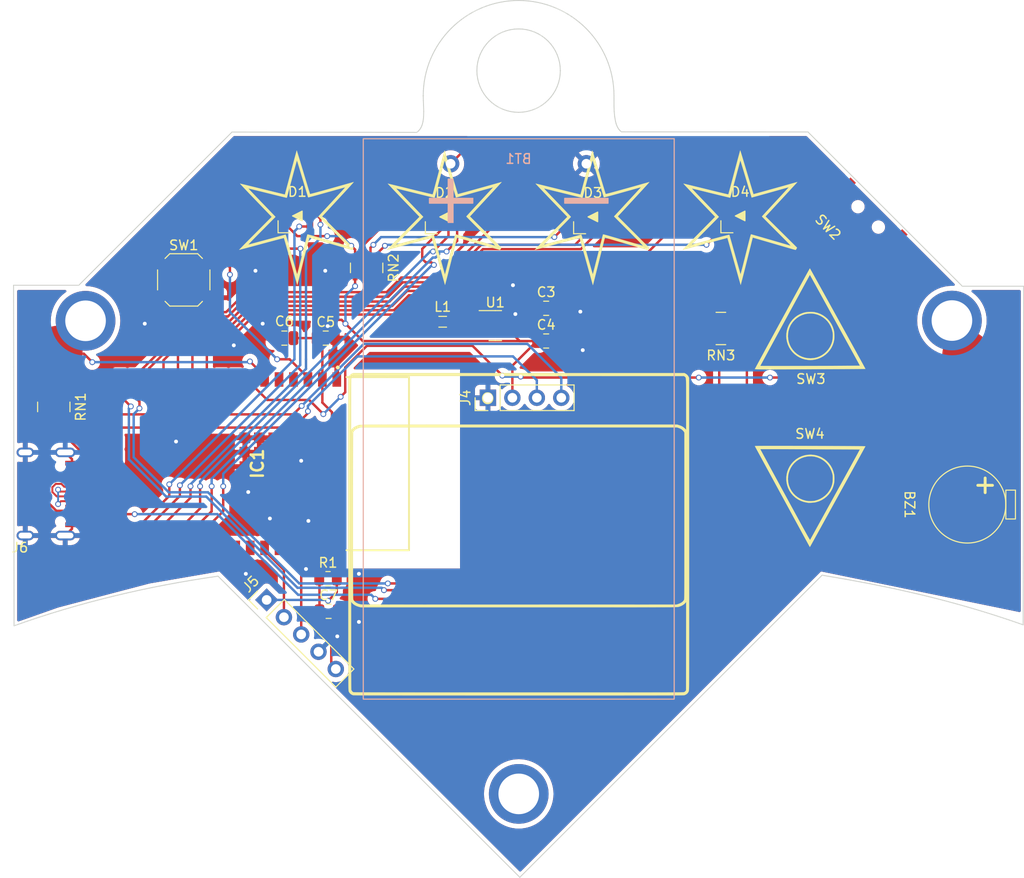
<source format=kicad_pcb>
(kicad_pcb (version 20221018) (generator pcbnew)
  (layers (0 "F.Cu" signal) (31 "B.Cu" signal) (34 "B.Paste" user) (35 "F.Paste" user) (36 "B.SilkS" user "B.Silkscreen") (37 "F.SilkS" user "F.Silkscreen") (38 "B.Mask" user) (39 "F.Mask" user) (44 "Edge.Cuts" user))
  (net 0 "")
  (net 1 "VDD")
  (net 2 "VSS")
  (net 3 "Buzzer")
  (net 4 "/D-")
  (net 5 "/D+")
  (net 6 "PwrTest")
  (net 7 "VCC")
  (net 8 "Reset")
  (net 9 "R1")
  (net 10 "G1")
  (net 11 "Net-(D1-A)")
  (net 12 "B1")
  (net 13 "R2")
  (net 14 "G2")
  (net 15 "Net-(D2-A)")
  (net 16 "B2")
  (net 17 "R3")
  (net 18 "G3")
  (net 19 "Net-(D3-A)")
  (net 20 "B3")
  (net 21 "R4")
  (net 22 "G4")
  (net 23 "Net-(D4-A)")
  (net 24 "B4")
  (net 25 "Boot")
  (net 26 "BL")
  (net 27 "/SK6812")
  (net 28 "Net-(IC1-IO3)")
  (net 29 "Net-(IC1-IO4)")
  (net 32 "A_Btn")
  (net 33 "B")
  (net 34 "SDA")
  (net 35 "SCK")
  (net 43 "TX")
  (net 44 "RX")
  (net 50 "+5V")
  (net 51 "Net-(J6-CC1)")
  (net 53 "Net-(J6-CC2)")
  (net 55 "Net-(U1-LX)")
  (net 59 "Net-(RN3-R3.1)")
  (net 60 "Net-(RN3-R4.1)")
  (footprint "Bsides22:CapSense" (layer "F.Cu") (at 193.1 95.725)
    (fp_text reference "J8" hide)
    (fp_text value "Cap Sense")
  )
  (footprint "BreadBoardPwr:SK-3296S_switch" (layer "F.Cu") (at 182.9 77.4 -45)
    (fp_text reference "SW2")
    (fp_text value "SW_SPDT")
  )
  (footprint "Resistor_SMD:R_Array_Convex_4x0603" (layer "F.Cu") (at 130.8 82.7 -90)
    (fp_text reference "RN2")
    (fp_text value "R_Pack04")
  )
  (footprint "Capacitor_SMD:C_0805_2012Metric" (layer "F.Cu") (at 126.85 118.4)
    (fp_text reference "C7")
    (fp_text value "100nF")
  )
  (footprint "Resistor_SMD:R_Array_Convex_4x0603" (layer "F.Cu") (at 98.3 97.15 -90)
    (fp_text reference "RN1")
    (fp_text value "5.1k")
  )
  (footprint "RedVillage:Threaded_Standoffs" (layer "F.Cu") (at 101.8 91.3)
    (fp_text reference "J2")
    (fp_text value "Conn_01x01")
  )
  (footprint "Resistor_SMD:R_0805_2012Metric" (layer "F.Cu") (at 126.7875 115)
    (fp_text reference "R1")
    (fp_text value "1k")
  )
  (footprint "RedVillage:XL-3227RGB_LED" (layer "F.Cu") (at 123.6 77.3)
    (fp_text reference "D1")
    (fp_text value "LED_RGBA")
  )
  (footprint "RedVillage:XL-3227RGB_LED" (layer "F.Cu") (at 138.9 77.4)
    (fp_text reference "D2")
    (fp_text value "LED_RGBA")
  )
  (footprint "Inductor_SMD:L_0805_2012Metric" (layer "F.Cu") (at 138.7 88.3)
    (fp_text reference "L1")
    (fp_text value "10uH")
  )
  (footprint "RedVillage:XL-3227RGB_LED" (layer "F.Cu") (at 154.3 77.4)
    (fp_text reference "D3")
    (fp_text value "LED_RGBA")
  )
  (footprint "RedVillage:BZCN-TSC005A_Button" (layer "F.Cu") (at 177 89.85)
    (fp_text reference "SW3")
    (fp_text value "A")
  )
  (footprint "Capacitor_SMD:C_0805_2012Metric" (layer "F.Cu") (at 126.55 90)
    (fp_text reference "C5")
    (fp_text value "22uF")
  )
  (footprint "LOGO" (layer "F.Cu") (at 146.992 105.9179)
    (fp_text reference "G***" hide)
    (fp_text value "LOGO" hide)
  )
  (footprint "RedVillage:Threaded_Standoffs" (layer "F.Cu") (at 191.799999 91.275)
    (fp_text reference "J1")
    (fp_text value "Conn_01x01")
  )
  (footprint "Package_TO_SOT_SMD:SOT-23" (layer "F.Cu") (at 144.1625 88.7)
    (fp_text reference "U1")
    (fp_text value "~")
  )
  (footprint "RedVillage:XL-3227RGB_LED" (layer "F.Cu") (at 169.6 77.3)
    (fp_text reference "D4")
    (fp_text value "LED_RGBA")
  )
  (footprint "Resistor_SMD:R_Array_Convex_4x0603" (layer "F.Cu") (at 167.6 89 180)
    (fp_text reference "RN3")
    (fp_text value "R_Pack04")
  )
  (footprint "Capacitor_SMD:C_0805_2012Metric" (layer "F.Cu") (at 149.45 90.3)
    (fp_text reference "C4")
    (fp_text value "22uF")
  )
  (footprint "RedVillage:Threaded_Standoffs" (layer "F.Cu") (at 146.799999 140.475)
    (fp_text reference "J3")
    (fp_text value "Conn_01x01")
  )
  (footprint "LOGO" (layer "F.Cu") (at 146.992 105.9179)
    (fp_text reference "G***" hide)
    (fp_text value "LOGO" hide)
  )
  (footprint "LOGO" (layer "F.Cu") (at 146.992 105.9179)
    (fp_text reference "G***" hide)
    (fp_text value "LOGO" hide)
  )
  (footprint "Connector_PinHeader_2.54mm:PinHeader_1x04_P2.54mm_Vertical" (layer "F.Cu") (at 143.4 96.2 90)
    (fp_text reference "J4")
    (fp_text value "Display")
  )
  (footprint "LOGO" (layer "F.Cu") (at 146.992 105.9179)
    (fp_text reference "G***" hide)
    (fp_text value "LOGO" hide)
  )
  (footprint "Capacitor_SMD:C_0805_2012Metric" (layer "F.Cu") (at 149.45 86.9)
    (fp_text reference "C3")
    (fp_text value "10uF")
  )
  (footprint "Connector_PinHeader_2.54mm:PinHeader_1x05_P2.54mm_Vertical" (layer "F.Cu") (at 120.411433 117.211433 45)
    (fp_text reference "J5")
    (fp_text value "Conn_01x05")
  )
  (footprint "Button_Switch_SMD:SW_SPST_SKQG_WithoutStem" (layer "F.Cu") (at 111.8 83.95)
    (fp_text reference "SW1")
    (fp_text value "Boot")
  )
  (footprint "BadgePirates:USB_C_Receptical-Jing" (layer "F.Cu") (at 99.4875 106.2 -90)
    (fp_text reference "J6")
    (fp_text value "USB_C_Plug_USB2.0")
  )
  (footprint "LOGO" (layer "F.Cu") (at 146.992 105.9179)
    (fp_text reference "G***" hide)
    (fp_text value "LOGO" hide)
  )
  (footprint "RedVillage:BZCN-TSC005A_Button" (layer "F.Cu") (at 176.9 104.6)
    (fp_text reference "SW4")
    (fp_text value "B")
  )
  (footprint "Bsides22:FUET-9032-Buzzer" (layer "F.Cu") (at 193.2 103.3 -90)
    (fp_text reference "BZ1")
    (fp_text value "Buzzer")
  )
  (footprint "KiCad:ESP32S2WROOMIM22S2H3200US3Q0" (layer "F.Cu") (at 119.65 101.86 -90)
    (fp_text reference "IC1")
    (fp_text value "ESP32-S2-WROOM-I_M22S2H3200US3Q0_" hide)
  )
  (footprint "Bsides22:CapSense" (layer "F.Cu") (at 98.8 95.2)
    (fp_text reference "J7" hide)
    (fp_text value "Cap Sense")
  )
  (footprint "Capacitor_SMD:C_0805_2012Metric" (layer "F.Cu") (at 122.25 90 180)
    (fp_text reference "C6")
    (fp_text value "100nF")
  )
  (footprint "RedVillage:AA_TH" (layer "B.Cu") (at 146.575 71.875 180)
    (fp_text reference "BT1")
    (fp_text value "Battery")
  )
  (gr_line (start 148.2452 66.202) (end 147.847 66.3447) (stroke (width 0.1)) (layer "Edge.Cuts"))
  (gr_line (start 150.8373 63.0465) (end 150.734 63.4576) (stroke (width 0.1)) (layer "Edge.Cuts"))
  (gr_line (start 142.335 63.0465) (end 142.2721 62.6253) (stroke (width 0.1)) (layer "Edge.Cuts"))
  (gr_line (start 154.2317 58.5115) (end 154.5258 58.8858) (stroke (width 0.1)) (layer "Edge.Cuts"))
  (gr_line (start 149.9929 55.50716) (end 150.4428 55.68457) (stroke (width 0.1)) (layer "Edge.Cuts"))
  (gr_line (start 156.5667 66.9869) (end 156.6561 67.4902) (stroke (width 0.1)) (layer "Edge.Cuts"))
  (gr_line (start 149.9396 59.4493) (end 150.193 59.7916) (stroke (width 0.1)) (layer "Edge.Cuts"))
  (gr_line (start 146.1429 57.8839) (end 146.5861 57.8616) (stroke (width 0.1)) (layer "Edge.Cuts"))
  (gr_line (start 148.6276 58.3723) (end 148.9913 58.5899) (stroke (width 0.1)) (layer "Edge.Cuts"))
  (gr_line (start 178.1151 114.6421) (end 146.7125 146.0449) (stroke (width 0.1)) (layer "Edge.Cuts"))
  (gr_line (start 109.8753 115.6564) (end 108.5232 115.9231) (stroke (width 0.1)) (layer "Edge.Cuts"))
  (gr_line (start 157.0018 68.2986) (end 157.1315 68.4438) (stroke (width 0.1)) (layer "Edge.Cuts"))
  (gr_line (start 141.0465 56.5981) (end 141.4485 56.3404) (stroke (width 0.1)) (layer "Edge.Cuts"))
  (gr_line (start 136.6557 67.4772) (end 136.6929 67.2285) (stroke (width 0.1)) (layer "Edge.Cuts"))
  (gr_line (start 146.0763 54.91884) (end 146.5862 54.90595) (stroke (width 0.1)) (layer "Edge.Cuts"))
  (gr_line (start 143.6398 55.35139) (end 144.11 55.21788) (stroke (width 0.1)) (layer "Edge.Cuts"))
  (gr_line (start 115.3605 114.7433) (end 113.9778 114.9487) (stroke (width 0.1)) (layer "Edge.Cuts"))
  (gr_line (start 152.1258 56.5981) (end 152.5143 56.8743) (stroke (width 0.1)) (layer "Edge.Cuts"))
  (gr_line (start 156.4942 64.8139) (end 156.4968 65.8896) (stroke (width 0.1)) (layer "Edge.Cuts"))
  (gr_line (start 145.3253 66.3447) (end 144.9271 66.202) (stroke (width 0.1)) (layer "Edge.Cuts"))
  (gr_line (start 136.1707 68.4788) (end 136.3157 68.3188) (stroke (width 0.1)) (layer "Edge.Cuts"))
  (gr_line (start 147.847 66.3447) (end 147.4359 66.448) (stroke (width 0.1)) (layer "Edge.Cuts"))
  (gr_line (start 149.5325 55.35139) (end 149.9929 55.50716) (stroke (width 0.1)) (layer "Edge.Cuts"))
  (gr_line (start 148.583 55.10724) (end 149.0623 55.21788) (stroke (width 0.1)) (layer "Edge.Cuts"))
  (gr_line (start 136.6911 64.3041) (end 136.7293 63.8009) (stroke (width 0.1)) (layer "Edge.Cuts"))
  (gr_line (start 192.136 117.6409) (end 190.808 117.2825) (stroke (width 0.1)) (layer "Edge.Cuts"))
  (gr_line (start 136.6782 64.8139) (end 136.6782 64.8139) (stroke (width 0.1)) (layer "Edge.Cuts"))
  (gr_line (start 149.9396 64.9443) (end 149.6516 65.2623) (stroke (width 0.1)) (layer "Edge.Cuts"))
  (gr_line (start 142.2509 62.1968) (end 142.2733 61.7535) (stroke (width 0.1)) (layer "Edge.Cuts"))
  (gr_line (start 151.3089 56.1018) (end 151.7238 56.3404) (stroke (width 0.1)) (layer "Edge.Cuts"))
  (gr_line (start 150.4428 55.68457) (end 150.8817 55.88298) (stroke (width 0.1)) (layer "Edge.Cuts"))
  (gr_line (start 150.193 64.602) (end 149.9396 64.9443) (stroke (width 0.1)) (layer "Edge.Cuts"))
  (gr_line (start 145.297 58.0565) (end 145.7124 57.9496) (stroke (width 0.1)) (layer "Edge.Cuts"))
  (gr_line (start 138.1126 59.6763) (end 138.3703 59.2743) (stroke (width 0.1)) (layer "Edge.Cuts"))
  (gr_line (start 157.1315 68.4438) (end 157.2815 68.561) (stroke (width 0.1)) (layer "Edge.Cuts"))
  (gr_line (start 146.5861 66.532) (end 146.1577 66.5108) (stroke (width 0.1)) (layer "Edge.Cuts"))
  (gr_line (start 150.8373 61.3471) (end 150.9002 61.7683) (stroke (width 0.1)) (layer "Edge.Cuts"))
  (gr_line (start 144.5197 58.3848) (end 144.8987 58.2022) (stroke (width 0.1)) (layer "Edge.Cuts"))
  (gr_line (start 150.734 63.4576) (end 150.5914 63.8558) (stroke (width 0.1)) (layer "Edge.Cuts"))
  (gr_line (start 142.9793 64.602) (end 142.7616 64.2382) (stroke (width 0.1)) (layer "Edge.Cuts"))
  (gr_line (start 136.6782 64.8139) (end 136.6782 64.8139) (stroke (width 0.1)) (layer "Edge.Cuts"))
  (gr_line (start 139.5802 57.8079) (end 139.9243 57.4799) (stroke (width 0.1)) (layer "Edge.Cuts"))
  (gr_line (start 150.4107 60.1554) (end 150.5914 60.5378) (stroke (width 0.1)) (layer "Edge.Cuts"))
  (gr_line (start 144.11 55.21788) (end 144.5894 55.10724) (stroke (width 0.1)) (layer "Edge.Cuts"))
  (gr_line (start 150.9214 62.1968) (end 150.9214 62.1968) (stroke (width 0.1)) (layer "Edge.Cuts"))
  (gr_line (start 192.679 84.6048) (end 199.05 84.6048) (stroke (width 0.1)) (layer "Edge.Cuts"))
  (gr_line (start 150.9002 62.6253) (end 150.8373 63.0465) (stroke (width 0.1)) (layer "Edge.Cuts"))
  (gr_line (start 142.5809 63.8558) (end 142.4383 63.4576) (stroke (width 0.1)) (layer "Edge.Cuts"))
  (gr_line (start 136.7136 65.8777) (end 136.6903 65.3326) (stroke (width 0.1)) (layer "Edge.Cuts"))
  (gr_line (start 156.4968 65.8896) (end 156.5175 66.4463) (stroke (width 0.1)) (layer "Edge.Cuts"))
  (gr_line (start 155.5171 60.5184) (end 155.7155 60.9573) (stroke (width 0.1)) (layer "Edge.Cuts"))
  (gr_line (start 137.6552 60.5184) (end 137.874 60.0912) (stroke (width 0.1)) (layer "Edge.Cuts"))
  (gr_line (start 147.4359 57.9456) (end 147.847 58.0489) (stroke (width 0.1)) (layer "Edge.Cuts"))
  (gr_line (start 100.8982 84.5037) (end 116.8124 68.5831) (stroke (width 0.1)) (layer "Edge.Cuts"))
  (gr_line (start 148.0951 55.02011) (end 148.583 55.10724) (stroke (width 0.1)) (layer "Edge.Cuts"))
  (gr_line (start 144.8987 58.2022) (end 145.297 58.0565) (stroke (width 0.1)) (layer "Edge.Cuts"))
  (gr_line (start 139.9243 57.4799) (end 140.2838 57.1684) (stroke (width 0.1)) (layer "Edge.Cuts"))
  (gr_line (start 111.2352 115.4052) (end 109.8753 115.6564) (stroke (width 0.1)) (layer "Edge.Cuts"))
  (gr_line (start 140.6581 56.8743) (end 141.0465 56.5981) (stroke (width 0.1)) (layer "Edge.Cuts"))
  (gr_line (start 150.193 59.7916) (end 150.4107 60.1554) (stroke (width 0.1)) (layer "Edge.Cuts"))
  (gr_line (start 144.9271 66.202) (end 144.5447 66.0213) (stroke (width 0.1)) (layer "Edge.Cuts"))
  (gr_line (start 199 119.8) (end 197.594 119.3147) (stroke (width 0.1)) (layer "Edge.Cuts"))
  (gr_line (start 136.7158 66.9695) (end 136.7286 66.4298) (stroke (width 0.1)) (layer "Edge.Cuts"))
  (gr_line (start 142.4458 60.9076) (end 142.5916 60.5093) (stroke (width 0.1)) (layer "Edge.Cuts"))
  (gr_line (start 146.1577 66.5108) (end 145.7364 66.448) (stroke (width 0.1)) (layer "Edge.Cuts"))
  (gr_line (start 176.6487 68.5748) (end 192.679 84.6048) (stroke (width 0.1)) (layer "Edge.Cuts"))
  (gr_line (start 147.0146 57.8828) (end 147.4359 57.9456) (stroke (width 0.1)) (layer "Edge.Cuts"))
  (gr_line (start 142.7295 55.68457) (end 143.1795 55.50716) (stroke (width 0.1)) (layer "Edge.Cuts"))
  (gr_line (start 185.621 116.0478) (end 183.0891 115.5307) (stroke (width 0.1)) (layer "Edge.Cuts"))
  (gr_line (start 149.0623 55.21788) (end 149.5325 55.35139) (stroke (width 0.1)) (layer "Edge.Cuts"))
  (gr_line (start 147.096 54.91884) (end 147.5992 54.9571) (stroke (width 0.1)) (layer "Edge.Cuts"))
  (gr_line (start 155.7155 60.9573) (end 155.893 61.4072) (stroke (width 0.1)) (layer "Edge.Cuts"))
  (gr_line (start 142.5916 60.5093) (end 142.7741 60.1304) (stroke (width 0.1)) (layer "Edge.Cuts"))
  (gr_line (start 141.8634 56.1018) (end 142.2907 55.88298) (stroke (width 0.1)) (layer "Edge.Cuts"))
  (gr_line (start 155.893 61.4072) (end 156.0487 61.8676) (stroke (width 0.1)) (layer "Edge.Cuts"))
  (gr_line (start 149.3336 58.8433) (end 149.6516 59.1313) (stroke (width 0.1)) (layer "Edge.Cuts"))
  (gr_line (start 197.594 119.3147) (end 196.206 118.8575) (stroke (width 0.1)) (layer "Edge.Cuts"))
  (gr_line (start 107.1789 116.2053) (end 105.8424 116.5031) (stroke (width 0.1)) (layer "Edge.Cuts"))
  (gr_line (start 147.0146 66.5108) (end 146.5861 66.532) (stroke (width 0.1)) (layer "Edge.Cuts"))
  (gr_line (start 153.5922 57.8079) (end 153.9203 58.152) (stroke (width 0.1)) (layer "Edge.Cuts"))
  (gr_line (start 142.2907 55.88298) (end 142.7295 55.68457) (stroke (width 0.1)) (layer "Edge.Cuts"))
  (gr_line (start 152.8886 57.1684) (end 153.2481 57.4799) (stroke (width 0.1)) (layer "Edge.Cuts"))
  (gr_line (start 136.6929 67.2285) (end 136.7158 66.9695) (stroke (width 0.1)) (layer "Edge.Cuts"))
  (gr_line (start 136.7924 63.305) (end 136.8795 62.8171) (stroke (width 0.1)) (layer "Edge.Cuts"))
  (gr_line (start 135.9968 68.6137) (end 136.1707 68.4788) (stroke (width 0.1)) (layer "Edge.Cuts"))
  (gr_line (start 156.4813 64.3041) (end 156.4942 64.8139) (stroke (width 0.1)) (layer "Edge.Cuts"))
  (gr_line (start 150.9214 62.1968) (end 150.9214 62.1968) (stroke (width 0.1)) (layer "Edge.Cuts"))
  (gr_line (start 144.1623 58.6019) (end 144.5197 58.3848) (stroke (width 0.1)) (layer "Edge.Cuts"))
  (gr_line (start 156.5175 66.4463) (end 156.5667 66.9869) (stroke (width 0.1)) (layer "Edge.Cuts"))
  (gr_line (start 149.6516 65.2623) (end 149.3336 65.5503) (stroke (width 0.1)) (layer "Edge.Cuts"))
  (gr_line (start 150.9002 61.7683) (end 150.9214 62.1968) (stroke (width 0.1)) (layer "Edge.Cuts"))
  (gr_line (start 188.192 116.6281) (end 185.621 116.0478) (stroke (width 0.1)) (layer "Edge.Cuts"))
  (gr_line (start 108.5232 115.9231) (end 107.1789 116.2053) (stroke (width 0.1)) (layer "Edge.Cuts"))
  (gr_line (start 138.6466 58.8858) (end 138.9407 58.5115) (stroke (width 0.1)) (layer "Edge.Cuts"))
  (gr_line (start 194.834 118.4271) (end 193.477 118.022) (stroke (width 0.1)) (layer "Edge.Cuts"))
  (gr_line (start 136.6903 65.3326) (end 136.6782 64.8139) (stroke (width 0.1)) (layer "Edge.Cuts"))
  (gr_line (start 146.5861 57.8616) (end 147.0146 57.8828) (stroke (width 0.1)) (layer "Edge.Cuts"))
  (gr_line (start 145.5731 54.9571) (end 146.0763 54.91884) (stroke (width 0.1)) (layer "Edge.Cuts"))
  (gr_line (start 97.9898 118.623) (end 96.70918 119.0327) (stroke (width 0.1)) (layer "Edge.Cuts"))
  (gr_line (start 137.4568 60.9573) (end 137.6552 60.5184) (stroke (width 0.1)) (layer "Edge.Cuts"))
  (gr_line (start 144.1809 65.8037) (end 143.8386 65.5503) (stroke (width 0.1)) (layer "Edge.Cuts"))
  (gr_line (start 144.5894 55.10724) (end 145.0773 55.02011) (stroke (width 0.1)) (layer "Edge.Cuts"))
  (gr_line (start 142.7741 60.1304) (end 142.9913 59.7729) (stroke (width 0.1)) (layer "Edge.Cuts"))
  (gr_line (start 147.4359 66.448) (end 147.0146 66.5108) (stroke (width 0.1)) (layer "Edge.Cuts"))
  (gr_line (start 149.3336 65.5503) (end 148.9913 65.8037) (stroke (width 0.1)) (layer "Edge.Cuts"))
  (gr_line (start 151.7238 56.3404) (end 152.1258 56.5981) (stroke (width 0.1)) (layer "Edge.Cuts"))
  (gr_line (start 142.2721 62.6253) (end 142.2509 62.1968) (stroke (width 0.1)) (layer "Edge.Cuts"))
  (gr_line (start 149.6516 59.1313) (end 149.9396 59.4493) (stroke (width 0.1)) (layer "Edge.Cuts"))
  (gr_line (start 101.8801 117.4911) (end 100.5753 117.8523) (stroke (width 0.1)) (layer "Edge.Cuts"))
  (gr_line (start 153.9203 58.152) (end 154.2317 58.5115) (stroke (width 0.1)) (layer "Edge.Cuts"))
  (gr_line (start 136.8795 62.8171) (end 136.9901 62.3378) (stroke (width 0.1)) (layer "Edge.Cuts"))
  (gr_line (start 155.0598 59.6763) (end 155.2983 60.0912) (stroke (width 0.1)) (layer "Edge.Cuts"))
  (gr_line (start 112.6027 115.1693) (end 111.2352 115.4052) (stroke (width 0.1)) (layer "Edge.Cuts"))
  (gr_line (start 199.05 84.6048) (end 199 119.8) (stroke (width 0.1)) (layer "Edge.Cuts"))
  (gr_line (start 145.0773 55.02011) (end 145.5731 54.9571) (stroke (width 0.1)) (layer "Edge.Cuts"))
  (gr_line (start 183.0891 115.5307) (end 180.5894 115.0658) (stroke (width 0.1)) (layer "Edge.Cuts"))
  (gr_line (start 100.5753 117.8523) (end 99.2785 118.2295) (stroke (width 0.1)) (layer "Edge.Cuts"))
  (gr_line (start 155.2983 60.0912) (end 155.5171 60.5184) (stroke (width 0.1)) (layer "Edge.Cuts"))
  (gr_line (start 136.7293 63.8009) (end 136.7924 63.305) (stroke (width 0.1)) (layer "Edge.Cuts"))
  (gr_line (start 150.8817 55.88298) (end 151.3089 56.1018) (stroke (width 0.1)) (layer "Edge.Cuts"))
  (gr_line (start 138.3703 59.2743) (end 138.6466 58.8858) (stroke (width 0.1)) (layer "Edge.Cuts"))
  (gr_line (start 147.847 58.0489) (end 148.2452 58.1916) (stroke (width 0.1)) (layer "Edge.Cuts"))
  (gr_line (start 137.1236 61.8676) (end 137.2794 61.4072) (stroke (width 0.1)) (layer "Edge.Cuts"))
  (gr_line (start 145.7364 66.448) (end 145.3253 66.3447) (stroke (width 0.1)) (layer "Edge.Cuts"))
  (gr_line (start 156.2929 62.8171) (end 156.38 63.305) (stroke (width 0.1)) (layer "Edge.Cuts"))
  (gr_line (start 143.5207 59.1313) (end 143.8285 58.8515) (stroke (width 0.1)) (layer "Edge.Cuts"))
  (gr_line (start 156.1822 62.3378) (end 156.2929 62.8171) (stroke (width 0.1)) (layer "Edge.Cuts"))
  (gr_line (start 94.12202 84.5037) (end 100.8982 84.5037) (stroke (width 0.1)) (layer "Edge.Cuts"))
  (gr_line (start 99.2785 118.2295) (end 97.9898 118.623) (stroke (width 0.1)) (layer "Edge.Cuts"))
  (gr_line (start 150.5914 60.5378) (end 150.734 60.936) (stroke (width 0.1)) (layer "Edge.Cuts"))
  (gr_line (start 113.9778 114.9487) (end 112.6027 115.1693) (stroke (width 0.1)) (layer "Edge.Cuts"))
  (gr_line (start 148.2452 58.1916) (end 148.6276 58.3723) (stroke (width 0.1)) (layer "Edge.Cuts"))
  (gr_line (start 138.9407 58.5115) (end 139.2521 58.152) (stroke (width 0.1)) (layer "Edge.Cuts"))
  (gr_line (start 142.9913 59.7729) (end 143.2409 59.4392) (stroke (width 0.1)) (layer "Edge.Cuts"))
  (gr_line (start 189.494 116.9453) (end 188.192 116.6281) (stroke (width 0.1)) (layer "Edge.Cuts"))
  (gr_line (start 139.2521 58.152) (end 139.5802 57.8079) (stroke (width 0.1)) (layer "Edge.Cuts"))
  (gr_line (start 96.70918 119.0327) (end 95.43678 119.4587) (stroke (width 0.1)) (layer "Edge.Cuts"))
  (gr_line (start 136.5289 67.9334) (end 136.6019 67.7129) (stroke (width 0.1)) (layer "Edge.Cuts"))
  (gr_line (start 136.7286 66.4298) (end 136.7136 65.8777) (stroke (width 0.1)) (layer "Edge.Cuts"))
  (gr_line (start 143.5207 65.2623) (end 143.2327 64.9443) (stroke (width 0.1)) (layer "Edge.Cuts"))
  (gr_line (start 146.5862 54.90595) (end 147.096 54.91884) (stroke (width 0.1)) (layer "Edge.Cuts"))
  (gr_line (start 136.6782 64.8139) (end 136.6911 64.3041) (stroke (width 0.1)) (layer "Edge.Cuts"))
  (gr_line (start 137.874 60.0912) (end 138.1126 59.6763) (stroke (width 0.1)) (layer "Edge.Cuts"))
  (gr_line (start 156.7973 67.9345) (end 156.8909 68.1279) (stroke (width 0.1)) (layer "Edge.Cuts"))
  (gr_line (start 156.8909 68.1279) (end 157.0018 68.2986) (stroke (width 0.1)) (layer "Edge.Cuts"))
  (gr_line (start 140.2838 57.1684) (end 140.6581 56.8743) (stroke (width 0.1)) (layer "Edge.Cuts"))
  (gr_line (start 103.1929 117.1459) (end 101.8801 117.4911) (stroke (width 0.1)) (layer "Edge.Cuts"))
  (gr_line (start 104.5137 116.8166) (end 103.1929 117.1459) (stroke (width 0.1)) (layer "Edge.Cuts"))
  (gr_line (start 193.477 118.022) (end 192.136 117.6409) (stroke (width 0.1)) (layer "Edge.Cuts"))
  (gr_line (start 148.6276 66.0213) (end 148.2452 66.202) (stroke (width 0.1)) (layer "Edge.Cuts"))
  (gr_line (start 144.5447 66.0213) (end 144.1809 65.8037) (stroke (width 0.1)) (layer "Edge.Cuts"))
  (gr_line (start 150.4107 64.2382) (end 150.193 64.602) (stroke (width 0.1)) (layer "Edge.Cuts"))
  (gr_line (start 141.4485 56.3404) (end 141.8634 56.1018) (stroke (width 0.1)) (layer "Edge.Cuts"))
  (gr_line (start 156.0487 61.8676) (end 156.1822 62.3378) (stroke (width 0.1)) (layer "Edge.Cuts"))
  (gr_line (start 145.7124 57.9496) (end 146.1429 57.8839) (stroke (width 0.1)) (layer "Edge.Cuts"))
  (gr_line (start 156.7195 67.721) (end 156.7973 67.9345) (stroke (width 0.1)) (layer "Edge.Cuts"))
  (gr_line (start 150.5914 63.8558) (end 150.4107 64.2382) (stroke (width 0.1)) (layer "Edge.Cuts"))
  (gr_line (start 105.8424 116.5031) (end 104.5137 116.8166) (stroke (width 0.1)) (layer "Edge.Cuts"))
  (gr_line (start 137.2794 61.4072) (end 137.4568 60.9573) (stroke (width 0.1)) (layer "Edge.Cuts"))
  (gr_line (start 143.8386 65.5503) (end 143.5207 65.2623) (stroke (width 0.1)) (layer "Edge.Cuts"))
  (gr_line (start 142.339 61.3231) (end 142.4458 60.9076) (stroke (width 0.1)) (layer "Edge.Cuts"))
  (gr_line (start 142.2733 61.7535) (end 142.339 61.3231) (stroke (width 0.1)) (layer "Edge.Cuts"))
  (gr_line (start 154.802 59.2743) (end 155.0598 59.6763) (stroke (width 0.1)) (layer "Edge.Cuts"))
  (gr_line (start 148.9913 58.5899) (end 149.3336 58.8433) (stroke (width 0.1)) (layer "Edge.Cuts"))
  (gr_line (start 142.4383 63.4576) (end 142.335 63.0465) (stroke (width 0.1)) (layer "Edge.Cuts"))
  (gr_line (start 136.9901 62.3378) (end 137.1236 61.8676) (stroke (width 0.1)) (layer "Edge.Cuts"))
  (gr_line (start 156.38 63.305) (end 156.443 63.8009) (stroke (width 0.1)) (layer "Edge.Cuts"))
  (gr_line (start 94.17259 119.9012) (end 94.12202 84.5037) (stroke (width 0.1)) (layer "Edge.Cuts"))
  (gr_line (start 136.4343 68.1362) (end 136.5289 67.9334) (stroke (width 0.1)) (layer "Edge.Cuts"))
  (gr_line (start 143.2409 59.4392) (end 143.5207 59.1313) (stroke (width 0.1)) (layer "Edge.Cuts"))
  (gr_line (start 157.2815 68.561) (end 176.6487 68.5748) (stroke (width 0.1)) (layer "Edge.Cuts"))
  (gr_line (start 147.5992 54.9571) (end 148.0951 55.02011) (stroke (width 0.1)) (layer "Edge.Cuts"))
  (gr_line (start 143.1795 55.50716) (end 143.6398 55.35139) (stroke (width 0.1)) (layer "Edge.Cuts"))
  (gr_line (start 143.2327 64.9443) (end 142.9793 64.602) (stroke (width 0.1)) (layer "Edge.Cuts"))
  (gr_line (start 152.5143 56.8743) (end 152.8886 57.1684) (stroke (width 0.1)) (layer "Edge.Cuts"))
  (gr_line (start 156.6561 67.4902) (end 156.7195 67.721) (stroke (width 0.1)) (layer "Edge.Cuts"))
  (gr_line (start 136.6019 67.7129) (end 136.6557 67.4772) (stroke (width 0.1)) (layer "Edge.Cuts"))
  (gr_line (start 116.8124 68.5831) (end 135.9968 68.6137) (stroke (width 0.1)) (layer "Edge.Cuts"))
  (gr_line (start 150.9214 62.1968) (end 150.9002 62.6253) (stroke (width 0.1)) (layer "Edge.Cuts"))
  (gr_line (start 196.206 118.8575) (end 194.834 118.4271) (stroke (width 0.1)) (layer "Edge.Cuts"))
  (gr_line (start 180.5894 115.0658) (end 178.1151 114.6421) (stroke (width 0.1)) (layer "Edge.Cuts"))
  (gr_line (start 142.7616 64.2382) (end 142.5809 63.8558) (stroke (width 0.1)) (layer "Edge.Cuts"))
  (gr_line (start 190.808 117.2825) (end 189.494 116.9453) (stroke (width 0.1)) (layer "Edge.Cuts"))
  (gr_line (start 153.2481 57.4799) (end 153.5922 57.8079) (stroke (width 0.1)) (layer "Edge.Cuts"))
  (gr_line (start 148.9913 65.8037) (end 148.6276 66.0213) (stroke (width 0.1)) (layer "Edge.Cuts"))
  (gr_line (start 154.5258 58.8858) (end 154.802 59.2743) (stroke (width 0.1)) (layer "Edge.Cuts"))
  (gr_line (start 136.3157 68.3188) (end 136.4343 68.1362) (stroke (width 0.1)) (layer "Edge.Cuts"))
  (gr_line (start 146.7125 146.0449) (end 115.3605 114.7433) (stroke (width 0.1)) (layer "Edge.Cuts"))
  (gr_line (start 150.734 60.936) (end 150.8373 61.3471) (stroke (width 0.1)) (layer "Edge.Cuts"))
  (gr_line (start 95.43678 119.4587) (end 94.17259 119.9012) (stroke (width 0.1)) (layer "Edge.Cuts"))
  (gr_line (start 143.8285 58.8515) (end 144.1623 58.6019) (stroke (width 0.1)) (layer "Edge.Cuts"))
  (gr_line (start 156.443 63.8009) (end 156.4813 64.3041) (stroke (width 0.1)) (layer "Edge.Cuts"))
  (segment (start 139.525 71.875) (end 141.7 69.7) (width 0.25) (layer "F.Cu") (net 1))
  (segment (start 172.194796 69.7) (end 179.806408 77.311612) (width 0.25) (layer "F.Cu") (net 1))
  (segment (start 141.7 69.7) (end 172.194796 69.7) (width 0.25) (layer "F.Cu") (net 1))
  (segment (start 100.1875 102.58) (end 99.4875 101.88) (width 0.25) (layer "F.Cu") (net 2))
  (segment (start 100.1875 109.82) (end 99.4875 110.52) (width 0.25) (layer "F.Cu") (net 2))
  (segment (start 100.1875 103.125) (end 100.1875 102.58) (width 0.25) (layer "F.Cu") (net 2))
  (segment (start 126.75 88.75) (end 126.75 89.25) (width 0.25) (layer "F.Cu") (net 2))
  (segment (start 127.7 111.8) (end 127.7 111.5) (width 0.25) (layer "F.Cu") (net 2))
  (segment (start 125.2 109) (end 124.75 109) (width 0.25) (layer "F.Cu") (net 2))
  (segment (start 126.75 89.25) (end 127.5 90) (width 0.25) (layer "F.Cu") (net 2))
  (segment (start 100.1875 109.275) (end 100.1875 109.82) (width 0.25) (layer "F.Cu") (net 2))
  (segment (start 127.7 111.5) (end 125.2 109) (width 0.25) (layer "F.Cu") (net 2))
  (via (at 124 102.75) (size 0.6) (drill 0.4) (layers "F.Cu" "B.Cu") (net 2))
  (via (at 120 88.5) (size 0.6) (drill 0.4) (layers "F.Cu" "B.Cu") (net 2))
  (via (at 130 119.5) (size 0.6) (drill 0.4) (layers "F.Cu" "B.Cu") (net 2))
  (via (at 107.75 88.5) (size 0.6) (drill 0.4) (layers "F.Cu" "B.Cu") (net 2))
  (via (at 126.75 88.75) (size 0.6) (drill 0.4) (layers "F.Cu" "B.Cu") (net 2))
  (via (at 153.25 91.25) (size 0.6) (drill 0.4) (layers "F.Cu" "B.Cu") (net 2))
  (via (at 124.75 109) (size 0.6) (drill 0.4) (layers "F.Cu" "B.Cu") (net 2))
  (via (at 119.25 83) (size 0.6) (drill 0.4) (layers "F.Cu" "B.Cu") (net 2))
  (via (at 118.25 114.5) (size 0.6) (drill 0.4) (layers "F.Cu" "B.Cu") (net 2))
  (via (at 117 90.75) (size 0.6) (drill 0.4) (layers "F.Cu" "B.Cu") (net 2))
  (via (at 111 100.75) (size 0.6) (drill 0.4) (layers "F.Cu" "B.Cu") (net 2))
  (via (at 126.5 83) (size 0.6) (drill 0.4) (layers "F.Cu" "B.Cu") (net 2))
  (via (at 118.5 106) (size 0.6) (drill 0.4) (layers "F.Cu" "B.Cu") (net 2))
  (via (at 130 114.5) (size 0.6) (drill 0.4) (layers "F.Cu" "B.Cu") (net 2))
  (via (at 153 87.25) (size 0.6) (drill 0.4) (layers "F.Cu" "B.Cu") (net 2))
  (via (at 146 84.5) (size 0.6) (drill 0.4) (layers "F.Cu" "B.Cu") (net 2))
  (via (at 127.75 121) (size 0.6) (drill 0.4) (layers "F.Cu" "B.Cu") (net 2))
  (via (at 146.25 87.5) (size 0.6) (drill 0.4) (layers "F.Cu" "B.Cu") (net 2))
  (via (at 124.5 114) (size 0.6) (drill 0.4) (layers "F.Cu" "B.Cu") (net 2))
  (via (at 120.75 108.75) (size 0.6) (drill 0.4) (layers "F.Cu" "B.Cu") (net 2))
  (segment (start 133.5 117.1) (end 131.7 117.1) (width 0.25) (layer "F.Cu") (net 3))
  (segment (start 173.65 116.65) (end 170.3 116.65) (width 0.25) (layer "F.Cu") (net 3))
  (segment (start 193.2 103.3) (end 187 103.3) (width 0.25) (layer "F.Cu") (net 3))
  (segment (start 106.7 108.3) (end 104.45 108.3) (width 0.25) (layer "F.Cu") (net 3))
  (segment (start 187 103.3) (end 175.3 115) (width 0.25) (layer "F.Cu") (net 3))
  (segment (start 175.3 115) (end 173.65 116.65) (width 0.25) (layer "F.Cu") (net 3))
  (segment (start 170.3 116.65) (end 134.15 116.65) (width 0.25) (layer "F.Cu") (net 3))
  (segment (start 134.15 116.65) (end 133.6 117.2) (width 0.25) (layer "F.Cu") (net 3))
  (segment (start 133.6 117.2) (end 133.5 117.1) (width 0.25) (layer "F.Cu") (net 3))
  (via (at 131.7 117.1) (size 0.6) (drill 0.4) (layers "F.Cu" "B.Cu") (net 3))
  (via (at 106.7 108.3) (size 0.6) (drill 0.4) (layers "F.Cu" "B.Cu") (net 3))
  (segment (start 131.7 117.1) (end 131.275 116.675) (width 0.25) (layer "B.Cu") (net 3))
  (segment (start 115.3 108.3) (end 106.7 108.3) (width 0.25) (layer "B.Cu") (net 3))
  (segment (start 123.675 116.675) (end 119.1 112.1) (width 0.25) (layer "B.Cu") (net 3))
  (segment (start 119.1 112.1) (end 115.3 108.3) (width 0.25) (layer "B.Cu") (net 3))
  (segment (start 131.275 116.675) (end 123.675 116.675) (width 0.25) (layer "B.Cu") (net 3))
  (segment (start 99.0875 105.15) (end 99.3875 105.45) (width 0.2) (layer "F.Cu") (net 4))
  (segment (start 104.45 106.8) (end 104.1 106.45) (width 0.2) (layer "F.Cu") (net 4))
  (segment (start 98.15 105.501471) (end 98.501471 105.15) (width 0.2) (layer "F.Cu") (net 4))
  (segment (start 98.601471 106.45) (end 98.15 105.998529) (width 0.2) (layer "F.Cu") (net 4))
  (segment (start 98.15 105.998529) (end 98.15 105.501471) (width 0.2) (layer "F.Cu") (net 4))
  (segment (start 104.1 106.45) (end 100.1875 106.45) (width 0.2) (layer "F.Cu") (net 4))
  (segment (start 100.1875 106.45) (end 98.601471 106.45) (width 0.2) (layer "F.Cu") (net 4))
  (segment (start 99.3875 105.45) (end 100.1875 105.45) (width 0.2) (layer "F.Cu") (net 4))
  (segment (start 98.501471 105.15) (end 99.0875 105.15) (width 0.2) (layer "F.Cu") (net 4))
  (segment (start 98.95 105.95) (end 100.1875 105.95) (width 0.2) (layer "F.Cu") (net 5))
  (segment (start 103.8 105.95) (end 100.1875 105.95) (width 0.2) (layer "F.Cu") (net 5))
  (segment (start 104.45 105.3) (end 103.8 105.95) (width 0.2) (layer "F.Cu") (net 5))
  (segment (start 98.75 107.25) (end 99.05 106.95) (width 0.2) (layer "F.Cu") (net 5))
  (segment (start 99.05 106.95) (end 100.1875 106.95) (width 0.2) (layer "F.Cu") (net 5))
  (segment (start 98.75 105.75) (end 98.95 105.95) (width 0.2) (layer "F.Cu") (net 5))
  (via (at 98.75 107.25) (size 0.6) (drill 0.4) (layers "F.Cu" "B.Cu") (net 5))
  (via (at 98.75 105.75) (size 0.6) (drill 0.4) (layers "F.Cu" "B.Cu") (net 5))
  (segment (start 98.75 105.75) (end 98.75 107.25) (width 0.2) (layer "B.Cu") (net 5))
  (segment (start 148.5 86.9) (end 147.8 86.2) (width 0.25) (layer "F.Cu") (net 6))
  (segment (start 142.2 86.2) (end 141.025 87.375) (width 0.25) (layer "F.Cu") (net 6))
  (segment (start 138.5625 87.375) (end 137.6375 88.3) (width 0.25) (layer "F.Cu") (net 6))
  (segment (start 147.8 86.2) (end 142.2 86.2) (width 0.25) (layer "F.Cu") (net 6))
  (segment (start 150 85.4) (end 148.5 86.9) (width 0.25) (layer "F.Cu") (net 6))
  (segment (start 141.025 87.375) (end 138.5625 87.375) (width 0.25) (layer "F.Cu") (net 6))
  (segment (start 173.83934 85.4) (end 150 85.4) (width 0.25) (layer "F.Cu") (net 6))
  (segment (start 180.867068 78.372272) (end 173.83934 85.4) (width 0.25) (layer "F.Cu") (net 6))
  (segment (start 127.2 97.7) (end 126.2 96.7) (width 0.25) (layer "F.Cu") (net 7))
  (segment (start 128.2 88.1) (end 126.1 88.1) (width 0.25) (layer "F.Cu") (net 7))
  (segment (start 146.7 90.3) (end 145.1 88.7) (width 0.25) (layer "F.Cu") (net 7))
  (segment (start 166.7 90.2) (end 166.7 87.8) (width 0.25) (layer "F.Cu") (net 7))
  (segment (start 125.6 90) (end 123.2 90) (width 0.25) (layer "F.Cu") (net 7))
  (segment (start 148.5 90.3) (end 149.55 89.25) (width 0.25) (layer "F.Cu") (net 7))
  (segment (start 148.5 90.3) (end 146.7 90.3) (width 0.25) (layer "F.Cu") (net 7))
  (segment (start 128.4 88.3) (end 128.2 88.1) (width 0.25) (layer "F.Cu") (net 7))
  (segment (start 128.6 88.5) (end 128.4 88.3) (width 0.25) (layer "F.Cu") (net 7))
  (segment (start 126.2 90.6) (end 125.6 90) (width 0.25) (layer "F.Cu") (net 7))
  (segment (start 125.6 90) (end 125.6 88.6) (width 0.25) (layer "F.Cu") (net 7))
  (segment (start 149.55 89.25) (end 166.55 89.25) (width 0.25) (layer "F.Cu") (net 7))
  (segment (start 129.6 83.6) (end 132 83.6) (width 0.25) (layer "F.Cu") (net 7))
  (segment (start 145.94 92.86) (end 148.5 90.3) (width 0.25) (layer "F.Cu") (net 7))
  (segment (start 126.2 96.7) (end 126.2 94.3) (width 0.25) (layer "F.Cu") (net 7))
  (segment (start 148.5 90.3) (end 130.4 90.3) (width 0.25) (layer "F.Cu") (net 7))
  (segment (start 127.7 115) (end 128.475 114.225) (width 0.25) (layer "F.Cu") (net 7))
  (segment (start 127.7 116.4) (end 127.7 115) (width 0.25) (layer "F.Cu") (net 7))
  (segment (start 128.475 110.725) (end 127.2 109.45) (width 0.25) (layer "F.Cu") (net 7))
  (segment (start 129.6 84.6) (end 129.6 83.6) (width 0.25) (layer "F.Cu") (net 7))
  (segment (start 128.475 114.225) (end 128.475 110.725) (width 0.25) (layer "F.Cu") (net 7))
  (segment (start 126.8 117.3) (end 127.7 116.4) (width 0.25) (layer "F.Cu") (net 7))
  (segment (start 125.6 88.6) (end 125.95 88.25) (width 0.25) (layer "F.Cu") (net 7))
  (segment (start 127.2 109.45) (end 127.2 97.7) (width 0.25) (layer "F.Cu") (net 7))
  (segment (start 166.55 89.25) (end 166.7 89.4) (width 0.25) (layer "F.Cu") (net 7))
  (segment (start 126.1 88.1) (end 125.95 88.25) (width 0.25) (layer "F.Cu") (net 7))
  (segment (start 126.2 94.3) (end 126.2 90.6) (width 0.25) (layer "F.Cu") (net 7))
  (segment (start 130.4 90.3) (end 128.4 88.3) (width 0.25) (layer "F.Cu") (net 7))
  (segment (start 145.94 96.2) (end 145.94 92.86) (width 0.25) (layer "F.Cu") (net 7))
  (via (at 128.6 88.5) (size 0.6) (drill 0.4) (layers "F.Cu" "B.Cu") (net 7))
  (via (at 129.6 84.6) (size 0.6) (drill 0.4) (layers "F.Cu" "B.Cu") (net 7))
  (via (at 126.8 117.3) (size 0.6) (drill 0.4) (layers "F.Cu" "B.Cu") (net 7))
  (segment (start 126.8 117.3) (end 126.711433 117.211433) (width 0.25) (layer "B.Cu") (net 7))
  (segment (start 126.711433 117.211433) (end 120.411433 117.211433) (width 0.25) (layer "B.Cu") (net 7))
  (segment (start 128.6 88.5) (end 128.6 85.6) (width 0.25) (layer "B.Cu") (net 7))
  (segment (start 128.6 85.6) (end 129.6 84.6) (width 0.25) (layer "B.Cu") (net 7))
  (segment (start 125.9 118.4) (end 125.9 115.025) (width 0.25) (layer "F.Cu") (net 8))
  (segment (start 125.875 115) (end 126.2 114.675) (width 0.25) (layer "F.Cu") (net 8))
  (segment (start 127.595638 124.395638) (end 127.125 123.925) (width 0.25) (layer "F.Cu") (net 8))
  (segment (start 126.2 114.675) (end 126.2 111.8) (width 0.25) (layer "F.Cu") (net 8))
  (segment (start 127.125 119.625) (end 125.9 118.4) (width 0.25) (layer "F.Cu") (net 8))
  (segment (start 125.9 115.025) (end 125.875 115) (width 0.25) (layer "F.Cu") (net 8))
  (segment (start 127.125 123.925) (end 127.125 119.625) (width 0.25) (layer "F.Cu") (net 8))
  (segment (start 106.7 111.8) (end 106.7 111.1) (width 0.25) (layer "F.Cu") (net 9))
  (segment (start 121 79.6) (end 121 77) (width 0.25) (layer "F.Cu") (net 9))
  (segment (start 106.7 111.1) (end 111.4 106.4) (width 0.25) (layer "F.Cu") (net 9))
  (segment (start 121 77) (end 121.5 76.5) (width 0.25) (layer "F.Cu") (net 9))
  (segment (start 122.1 80.7) (end 121 79.6) (width 0.25) (layer "F.Cu") (net 9))
  (segment (start 111.4 106.4) (end 111.4 105.3) (width 0.25) (layer "F.Cu") (net 9))
  (segment (start 121.5 76.5) (end 122.3 76.5) (width 0.25) (layer "F.Cu") (net 9))
  (segment (start 123.9245 80.7) (end 122.1 80.7) (width 0.25) (layer "F.Cu") (net 9))
  (via (at 123.9245 80.7) (size 0.6) (drill 0.4) (layers "F.Cu" "B.Cu") (net 9))
  (via (at 111.4 105.3) (size 0.6) (drill 0.4) (layers "F.Cu" "B.Cu") (net 9))
  (segment (start 123.9 80.7245) (end 123.9245 80.7) (width 0.25) (layer "B.Cu") (net 9))
  (segment (start 111.4 105.3) (end 123.9 92.8) (width 0.25) (layer "B.Cu") (net 9))
  (segment (start 123.9 91.2) (end 123.9 80.7245) (width 0.25) (layer "B.Cu") (net 9))
  (segment (start 123.9 92.8) (end 123.9 91.2) (width 0.25) (layer "B.Cu") (net 9))
  (segment (start 112.5 105.4) (end 112.5 106.6) (width 0.25) (layer "F.Cu") (net 10))
  (segment (start 124.9 76.5) (end 126 77.6) (width 0.25) (layer "F.Cu") (net 10))
  (segment (start 126 77.6) (end 126 78.2) (width 0.25) (layer "F.Cu") (net 10))
  (segment (start 108.2 110.9) (end 108.2 111.8) (width 0.25) (layer "F.Cu") (net 10))
  (segment (start 112.5 106.6) (end 108.2 110.9) (width 0.25) (layer "F.Cu") (net 10))
  (via (at 126 78.2) (size 0.6) (drill 0.4) (layers "F.Cu" "B.Cu") (net 10))
  (via (at 112.5 105.4) (size 0.6) (drill 0.4) (layers "F.Cu" "B.Cu") (net 10))
  (segment (start 124.5 81.1) (end 124.5 92.2) (width 0.25) (layer "B.Cu") (net 10))
  (segment (start 124.9 80.7) (end 124.5 81.1) (width 0.25) (layer "B.Cu") (net 10))
  (segment (start 124.5 93.2) (end 123.6 94.1) (width 0.25) (layer "B.Cu") (net 10))
  (segment (start 124.5 92.2) (end 124.5 93.2) (width 0.25) (layer "B.Cu") (net 10))
  (segment (start 126 79.6) (end 124.9 80.7) (width 0.25) (layer "B.Cu") (net 10))
  (segment (start 126 78.2) (end 126 79.6) (width 0.25) (layer "B.Cu") (net 10))
  (segment (start 123.6 94.1) (end 112.5 105.2) (width 0.25) (layer "B.Cu") (net 10))
  (segment (start 112.5 105.2) (end 112.5 105.4) (width 0.25) (layer "B.Cu") (net 10))
  (segment (start 129.2 80.4) (end 129.6 80.8) (width 0.25) (layer "F.Cu") (net 11))
  (segment (start 123.6 79.4) (end 122.3 78.1) (width 0.25) (layer "F.Cu") (net 11))
  (segment (start 129.6 80.8) (end 129.6 81.8) (width 0.25) (layer "F.Cu") (net 11))
  (segment (start 126.7 79.4) (end 123.6 79.4) (width 0.25) (layer "F.Cu") (net 11))
  (via (at 129.2 80.4) (size 0.6) (drill 0.4) (layers "F.Cu" "B.Cu") (net 11))
  (via (at 126.7 79.4) (size 0.6) (drill 0.4) (layers "F.Cu" "B.Cu") (net 11))
  (segment (start 128.2 79.4) (end 129.2 80.4) (width 0.25) (layer "B.Cu") (net 11))
  (segment (start 126.7 79.4) (end 128.2 79.4) (width 0.25) (layer "B.Cu") (net 11))
  (segment (start 105.2 111.5) (end 110.3 106.4) (width 0.25) (layer "F.Cu") (net 12))
  (segment (start 110.3 106.4) (end 110.3 105.2) (width 0.25) (layer "F.Cu") (net 12))
  (segment (start 124.6 78.4) (end 124.9 78.1) (width 0.25) (layer "F.Cu") (net 12))
  (segment (start 123.8 78.4) (end 124.6 78.4) (width 0.25) (layer "F.Cu") (net 12))
  (segment (start 105.2 111.8) (end 105.2 111.5) (width 0.25) (layer "F.Cu") (net 12))
  (via (at 110.3 105.2) (size 0.6) (drill 0.4) (layers "F.Cu" "B.Cu") (net 12))
  (via (at 123.8 78.4) (size 0.6) (drill 0.4) (layers "F.Cu" "B.Cu") (net 12))
  (segment (start 110.3 105.2) (end 123.3 92.2) (width 0.25) (layer "B.Cu") (net 12))
  (segment (start 123.3 80.7) (end 123.3 78.9) (width 0.25) (layer "B.Cu") (net 12))
  (segment (start 123.3 78.9) (end 123.8 78.4) (width 0.25) (layer "B.Cu") (net 12))
  (segment (start 123.3 92.2) (end 123.3 80.7) (width 0.25) (layer "B.Cu") (net 12))
  (segment (start 138.6 78.7) (end 138.6 77.6) (width 0.25) (layer "F.Cu") (net 13))
  (segment (start 137.787442 82.395736) (end 137.516706 82.125) (width 0.25) (layer "F.Cu") (net 13))
  (segment (start 115.8 108.1) (end 115.9 108) (width 0.25) (layer "F.Cu") (net 13))
  (segment (start 136.941116 82.125) (end 136.575 81.758884) (width 0.25) (layer "F.Cu") (net 13))
  (segment (start 136.575 81.758884) (end 136.575 80.725) (width 0.25) (layer "F.Cu") (net 13))
  (segment (start 115.9 108) (end 115.9 105.4) (width 0.25) (layer "F.Cu") (net 13))
  (segment (start 137.516706 82.125) (end 136.941116 82.125) (width 0.25) (layer "F.Cu") (net 13))
  (segment (start 136.575 80.725) (end 138.6 78.7) (width 0.25) (layer "F.Cu") (net 13))
  (segment (start 112.7 111.8) (end 112.7 111.2) (width 0.25) (layer "F.Cu") (net 13))
  (segment (start 112.7 111.2) (end 115.8 108.1) (width 0.25) (layer "F.Cu") (net 13))
  (segment (start 138.6 77.6) (end 137.6 76.6) (width 0.25) (layer "F.Cu") (net 13))
  (via (at 137.787442 82.395736) (size 0.6) (drill 0.4) (layers "F.Cu" "B.Cu") (net 13))
  (via (at 115.9 105.4) (size 0.6) (drill 0.4) (layers "F.Cu" "B.Cu") (net 13))
  (segment (start 115.9 104.1) (end 115.9 105.4) (width 0.25) (layer "B.Cu") (net 13))
  (segment (start 137.787442 82.395736) (end 137.604264 82.395736) (width 0.25) (layer "B.Cu") (net 13))
  (segment (start 137.604264 82.395736) (end 115.9 104.1) (width 0.25) (layer "B.Cu") (net 13))
  (segment (start 139.3 77.5) (end 140.2 76.6) (width 0.25) (layer "F.Cu") (net 14))
  (segment (start 109.7 111.8) (end 109.7 111.5) (width 0.25) (layer "F.Cu") (net 14))
  (segment (start 137.7 81) (end 139.3 79.4) (width 0.25) (layer "F.Cu") (net 14))
  (segment (start 109.7 111.5) (end 113.5 107.7) (width 0.25) (layer "F.Cu") (net 14))
  (segment (start 113.5 107.7) (end 113.5 105.4) (width 0.25) (layer "F.Cu") (net 14))
  (segment (start 139.3 79.4) (end 139.3 77.5) (width 0.25) (layer "F.Cu") (net 14))
  (via (at 137.7 81) (size 0.6) (drill 0.4) (layers "F.Cu" "B.Cu") (net 14))
  (via (at 113.5 105.4) (size 0.6) (drill 0.4) (layers "F.Cu" "B.Cu") (net 14))
  (segment (start 137.4 81) (end 113.5 104.9) (width 0.25) (layer "B.Cu") (net 14))
  (segment (start 113.5 104.9) (end 113.5 105.4) (width 0.25) (layer "B.Cu") (net 14))
  (segment (start 137.7 81) (end 137.4 81) (width 0.25) (layer "B.Cu") (net 14))
  (segment (start 132.6 78.2) (end 130.4 80.4) (width 0.25) (layer "F.Cu") (net 15))
  (segment (start 130.4 80.4) (end 130.4 81.8) (width 0.25) (layer "F.Cu") (net 15))
  (segment (start 137.6 78.2) (end 132.6 78.2) (width 0.25) (layer "F.Cu") (net 15))
  (segment (start 114.7 108) (end 114.7 105.4) (width 0.25) (layer "F.Cu") (net 16))
  (segment (start 139.1 81) (end 140.2 79.9) (width 0.25) (layer "F.Cu") (net 16))
  (segment (start 140.2 79.9) (end 140.2 78.2) (width 0.25) (layer "F.Cu") (net 16))
  (segment (start 111.2 111.5) (end 114.7 108) (width 0.25) (layer "F.Cu") (net 16))
  (segment (start 111.2 111.8) (end 111.2 111.5) (width 0.25) (layer "F.Cu") (net 16))
  (via (at 139.1 81) (size 0.6) (drill 0.4) (layers "F.Cu" "B.Cu") (net 16))
  (via (at 114.7 105.4) (size 0.6) (drill 0.4) (layers "F.Cu" "B.Cu") (net 16))
  (segment (start 138.325 81.258884) (end 137.958884 81.625) (width 0.25) (layer "B.Cu") (net 16))
  (segment (start 137.958884 81.625) (end 137.675 81.625) (width 0.25) (layer "B.Cu") (net 16))
  (segment (start 137.675 81.625) (end 114.7 104.6) (width 0.25) (layer "B.Cu") (net 16))
  (segment (start 138.325 81) (end 138.325 81.258884) (width 0.25) (layer "B.Cu") (net 16))
  (segment (start 114.7 104.6) (end 114.7 105.4) (width 0.25) (layer "B.Cu") (net 16))
  (segment (start 139.1 81) (end 138.325 81) (width 0.25) (layer "B.Cu") (net 16))
  (segment (start 132.875 85.225) (end 134.4 83.7) (width 0.25) (layer "F.Cu") (net 17))
  (segment (start 116.2 87.3) (end 118.275 85.225) (width 0.25) (layer "F.Cu") (net 17))
  (segment (start 134.4 83.7) (end 138.6 83.7) (width 0.25) (layer "F.Cu") (net 17))
  (segment (start 106.7 94) (end 113.4 87.3) (width 0.25) (layer "F.Cu") (net 17))
  (segment (start 106.7 94.3) (end 106.7 94) (width 0.25) (layer "F.Cu") (net 17))
  (segment (start 145.7 76.6) (end 153 76.6) (width 0.25) (layer "F.Cu") (net 17))
  (segment (start 113.4 87.3) (end 116.2 87.3) (width 0.25) (layer "F.Cu") (net 17))
  (segment (start 118.275 85.225) (end 132.875 85.225) (width 0.25) (layer "F.Cu") (net 17))
  (segment (start 138.6 83.7) (end 145.7 76.6) (width 0.25) (layer "F.Cu") (net 17))
  (segment (start 138.8 84.2) (end 142.7 80.3) (width 0.25) (layer "F.Cu") (net 18))
  (segment (start 133.036396 85.7) (end 134.536396 84.2) (width 0.25) (layer "F.Cu") (net 18))
  (segment (start 113.586396 87.75) (end 116.386396 87.75) (width 0.25) (layer "F.Cu") (net 18))
  (segment (start 108.2 93.136396) (end 113.586396 87.75) (width 0.25) (layer "F.Cu") (net 18))
  (segment (start 134.536396 84.2) (end 138.8 84.2) (width 0.25) (layer "F.Cu") (net 18))
  (segment (start 152.45 80.3) (end 154.9 77.85) (width 0.25) (layer "F.Cu") (net 18))
  (segment (start 154.9 77.85) (end 154.9 77.3) (width 0.25) (layer "F.Cu") (net 18))
  (segment (start 108.2 94.3) (end 108.2 93.136396) (width 0.25) (layer "F.Cu") (net 18))
  (segment (start 154.9 77.3) (end 155.6 76.6) (width 0.25) (layer "F.Cu") (net 18))
  (segment (start 118.436396 85.7) (end 133.036396 85.7) (width 0.25) (layer "F.Cu") (net 18))
  (segment (start 116.386396 87.75) (end 118.436396 85.7) (width 0.25) (layer "F.Cu") (net 18))
  (segment (start 142.7 80.3) (end 152.45 80.3) (width 0.25) (layer "F.Cu") (net 18))
  (segment (start 153 78.2) (end 151.6 78.2) (width 0.25) (layer "F.Cu") (net 19))
  (segment (start 151.6 78.2) (end 150.3 79.5) (width 0.25) (layer "F.Cu") (net 19))
  (segment (start 131.5 80.3) (end 131.2 80.6) (width 0.25) (layer "F.Cu") (net 19))
  (segment (start 131.2 80.6) (end 131.2 81.8) (width 0.25) (layer "F.Cu") (net 19))
  (via (at 150.3 79.5) (size 0.6) (drill 0.4) (layers "F.Cu" "B.Cu") (net 19))
  (via (at 131.5 80.3) (size 0.6) (drill 0.4) (layers "F.Cu" "B.Cu") (net 19))
  (segment (start 132.3 79.5) (end 131.5 80.3) (width 0.25) (layer "B.Cu") (net 19))
  (segment (start 150.3 79.5) (end 132.3 79.5) (width 0.25) (layer "B.Cu") (net 19))
  (segment (start 113.8 88.2) (end 116.6 88.2) (width 0.25) (layer "F.Cu") (net 20))
  (segment (start 138.986396 84.65) (end 142.886396 80.75) (width 0.25) (layer "F.Cu") (net 20))
  (segment (start 118.6 86.2) (end 133.172792 86.2) (width 0.25) (layer "F.Cu") (net 20))
  (segment (start 109.7 94.3) (end 109.7 92.3) (width 0.25) (layer "F.Cu") (net 20))
  (segment (start 133.172792 86.2) (end 134.722792 84.65) (width 0.25) (layer "F.Cu") (net 20))
  (segment (start 153.05 80.75) (end 155.6 78.2) (width 0.25) (layer "F.Cu") (net 20))
  (segment (start 116.6 88.2) (end 118.6 86.2) (width 0.25) (layer "F.Cu") (net 20))
  (segment (start 142.886396 80.75) (end 153.05 80.75) (width 0.25) (layer "F.Cu") (net 20))
  (segment (start 134.722792 84.65) (end 138.986396 84.65) (width 0.25) (layer "F.Cu") (net 20))
  (segment (start 109.7 92.3) (end 113.8 88.2) (width 0.25) (layer "F.Cu") (net 20))
  (segment (start 139.2 85.1) (end 143.1 81.2) (width 0.25) (layer "F.Cu") (net 21))
  (segment (start 133.45 86.65) (end 135 85.1) (width 0.25) (layer "F.Cu") (net 21))
  (segment (start 118.786396 86.65) (end 133.45 86.65) (width 0.25) (layer "F.Cu") (net 21))
  (segment (start 111.2 91.436396) (end 113.986396 88.65) (width 0.25) (layer "F.Cu") (net 21))
  (segment (start 143.1 81.2) (end 159.9 81.2) (width 0.25) (layer "F.Cu") (net 21))
  (segment (start 116.786396 88.65) (end 118.786396 86.65) (width 0.25) (layer "F.Cu") (net 21))
  (segment (start 135 85.1) (end 139.2 85.1) (width 0.25) (layer "F.Cu") (net 21))
  (segment (start 111.2 94.3) (end 111.2 91.436396) (width 0.25) (layer "F.Cu") (net 21))
  (segment (start 164.6 76.5) (end 168.3 76.5) (width 0.25) (layer "F.Cu") (net 21))
  (segment (start 113.986396 88.65) (end 116.786396 88.65) (width 0.25) (layer "F.Cu") (net 21))
  (segment (start 159.9 81.2) (end 164.6 76.5) (width 0.25) (layer "F.Cu") (net 21))
  (segment (start 135.186396 85.55) (end 139.386396 85.55) (width 0.25) (layer "F.Cu") (net 22))
  (segment (start 112.7 94.3) (end 112.7 90.6) (width 0.25) (layer "F.Cu") (net 22))
  (segment (start 114.2 89.1) (end 117 89.1) (width 0.25) (layer "F.Cu") (net 22))
  (segment (start 143.286396 81.65) (end 166.3 81.65) (width 0.25) (layer "F.Cu") (net 22))
  (segment (start 119 87.1) (end 133.636396 87.1) (width 0.25) (layer "F.Cu") (net 22))
  (segment (start 170.225 77.175) (end 170.9 76.5) (width 0.25) (layer "F.Cu") (net 22))
  (segment (start 112.7 90.6) (end 114.2 89.1) (width 0.25) (layer "F.Cu") (net 22))
  (segment (start 166.3 81.65) (end 170.225 77.725) (width 0.25) (layer "F.Cu") (net 22))
  (segment (start 170.225 77.725) (end 170.225 77.175) (width 0.25) (layer "F.Cu") (net 22))
  (segment (start 117 89.1) (end 119 87.1) (width 0.25) (layer "F.Cu") (net 22))
  (segment (start 133.636396 87.1) (end 135.186396 85.55) (width 0.25) (layer "F.Cu") (net 22))
  (segment (start 139.386396 85.55) (end 143.286396 81.65) (width 0.25) (layer "F.Cu") (net 22))
  (segment (start 132 81.1) (end 132 81.8) (width 0.25) (layer "F.Cu") (net 23))
  (segment (start 132.7 80.4) (end 132 81.1) (width 0.25) (layer "F.Cu") (net 23))
  (segment (start 168.3 78.1) (end 166.1 80.3) (width 0.25) (layer "F.Cu") (net 23))
  (via (at 166.1 80.3) (size 0.6) (drill 0.4) (layers "F.Cu" "B.Cu") (net 23))
  (via (at 132.7 80.4) (size 0.6) (drill 0.4) (layers "F.Cu" "B.Cu") (net 23))
  (segment (start 132.8 80.3) (end 132.7 80.4) (width 0.25) (layer "B.Cu") (net 23))
  (segment (start 166.1 80.3) (end 132.8 80.3) (width 0.25) (layer "B.Cu") (net 23))
  (segment (start 133.822792 87.55) (end 135.372792 86) (width 0.25) (layer "F.Cu") (net 24))
  (segment (start 115.2 89.55) (end 117.186396 89.55) (width 0.25) (layer "F.Cu") (net 24))
  (segment (start 114.2 90.55) (end 115.2 89.55) (width 0.25) (layer "F.Cu") (net 24))
  (segment (start 166.9 82.1) (end 170.9 78.1) (width 0.25) (layer "F.Cu") (net 24))
  (segment (start 119.186396 87.55) (end 133.822792 87.55) (width 0.25) (layer "F.Cu") (net 24))
  (segment (start 139.572792 86) (end 143.472792 82.1) (width 0.25) (layer "F.Cu") (net 24))
  (segment (start 117.186396 89.55) (end 119.186396 87.55) (width 0.25) (layer "F.Cu") (net 24))
  (segment (start 114.2 94.3) (end 114.2 90.55) (width 0.25) (layer "F.Cu") (net 24))
  (segment (start 143.472792 82.1) (end 166.9 82.1) (width 0.25) (layer "F.Cu") (net 24))
  (segment (start 135.372792 86) (end 139.572792 86) (width 0.25) (layer "F.Cu") (net 24))
  (segment (start 121.5 92.2) (end 122.8 92.2) (width 0.25) (layer "F.Cu") (net 25))
  (segment (start 116.6 83.4) (end 116.6 82.65) (width 0.25) (layer "F.Cu") (net 25))
  (segment (start 116.05 82.1) (end 114.9 82.1) (width 0.25) (layer "F.Cu") (net 25))
  (segment (start 114.9 82.1) (end 108.7 82.1) (width 0.25) (layer "F.Cu") (net 25))
  (segment (start 122.8 92.2) (end 124.7 94.1) (width 0.25) (layer "F.Cu") (net 25))
  (segment (start 116.6 82.65) (end 116.05 82.1) (width 0.25) (layer "F.Cu") (net 25))
  (segment (start 124.7 94.1) (end 124.7 94.3) (width 0.25) (layer "F.Cu") (net 25))
  (via (at 116.6 83.4) (size 0.6) (drill 0.4) (layers "F.Cu" "B.Cu") (net 25))
  (via (at 121.5 92.2) (size 0.6) (drill 0.4) (layers "F.Cu" "B.Cu") (net 25))
  (segment (start 121.5 92.2) (end 116.6 87.3) (width 0.25) (layer "B.Cu") (net 25))
  (segment (start 116.6 87.3) (end 116.6 83.4) (width 0.25) (layer "B.Cu") (net 25))
  (segment (start 120.2 93.95) (end 120.2 94.3) (width 0.25) (layer "F.Cu") (net 28))
  (segment (start 99.225 91.625) (end 101.425 91.625) (width 0.25) (layer "F.Cu") (net 28))
  (segment (start 101.425 91.625) (end 102.3 92.5) (width 0.25) (layer "F.Cu") (net 28))
  (segment (start 98.8 91.2) (end 99.225 91.625) (width 0.25) (layer "F.Cu") (net 28))
  (segment (start 118.675 92.425) (end 120.2 93.95) (width 0.25) (layer "F.Cu") (net 28))
  (via (at 102.3 92.5) (size 0.6) (drill 0.4) (layers "F.Cu" "B.Cu") (net 28))
  (via (at 118.675 92.425) (size 0.6) (drill 0.4) (layers "F.Cu" "B.Cu") (net 28))
  (segment (start 118.6 92.5) (end 102.3 92.5) (width 0.25) (layer "B.Cu") (net 28))
  (segment (start 118.675 92.425) (end 118.6 92.5) (width 0.25) (layer "B.Cu") (net 28))
  (segment (start 128.575 95.625) (end 128.575 93.048222) (width 0.25) (layer "F.Cu") (net 29))
  (segment (start 130.823222 90.8) (end 141.8 90.8) (width 0.25) (layer "F.Cu") (net 29))
  (segment (start 146.9 94.1) (end 146.8 94) (width 0.25) (layer "F.Cu") (net 29))
  (segment (start 120.475 96.425) (end 124.825 96.425) (width 0.25) (layer "F.Cu") (net 29))
  (segment (start 118.7 94.65) (end 120.475 96.425) (width 0.25) (layer "F.Cu") (net 29))
  (segment (start 141.8 90.8) (end 144.9 93.9) (width 0.25) (layer "F.Cu") (net 29))
  (segment (start 128.575 93.048222) (end 130.823222 90.8) (width 0.25) (layer "F.Cu") (net 29))
  (segment (start 193.1 91.725) (end 190.725 94.1) (width 0.25) (layer "F.Cu") (net 29))
  (segment (start 190.725 94.1) (end 172.7 94.1) (width 0.25) (layer "F.Cu") (net 29))
  (segment (start 128.1 96.1) (end 128.575 95.625) (width 0.25) (layer "F.Cu") (net 29))
  (segment (start 118.7 94.3) (end 118.7 94.65) (width 0.25) (layer "F.Cu") (net 29))
  (segment (start 124.825 96.425) (end 126.3 97.9) (width 0.25) (layer "F.Cu") (net 29))
  (segment (start 165.3 94.1) (end 146.9 94.1) (width 0.25) (layer "F.Cu") (net 29))
  (via (at 146.8 94) (size 0.6) (drill 0.4) (layers "F.Cu" "B.Cu") (net 29))
  (via (at 144.9 93.9) (size 0.6) (drill 0.4) (layers "F.Cu" "B.Cu") (net 29))
  (via (at 172.7 94.1) (size 0.6) (drill 0.4) (layers "F.Cu" "B.Cu") (net 29))
  (via (at 128.1 96.1) (size 0.6) (drill 0.4) (layers "F.Cu" "B.Cu") (net 29))
  (via (at 165.3 94.1) (size 0.6) (drill 0.4) (layers "F.Cu" "B.Cu") (net 29))
  (via (at 126.3 97.9) (size 0.6) (drill 0.4) (layers "F.Cu" "B.Cu") (net 29))
  (segment (start 146.8 94) (end 145 94) (width 0.25) (layer "B.Cu") (net 29))
  (segment (start 126.3 97.9) (end 128.1 96.1) (width 0.25) (layer "B.Cu") (net 29))
  (segment (start 145 94) (end 144.9 93.9) (width 0.25) (layer "B.Cu") (net 29))
  (segment (start 172.7 94.1) (end 165.3 94.1) (width 0.25) (layer "B.Cu") (net 29))
  (segment (start 175.2 86.95) (end 174.15 88) (width 0.25) (layer "F.Cu") (net 32))
  (segment (start 105.2 94.6) (end 105.2 94.3) (width 0.25) (layer "F.Cu") (net 32))
  (segment (start 173.375 87.225) (end 167.425 87.225) (width 0.25) (layer "F.Cu") (net 32))
  (segment (start 174.15 88) (end 173.375 87.225) (width 0.25) (layer "F.Cu") (net 32))
  (segment (start 178.8 86.95) (end 177 86.95) (width 0.25) (layer "F.Cu") (net 32))
  (segment (start 179.85 88) (end 178.8 86.95) (width 0.25) (layer "F.Cu") (net 32))
  (segment (start 177 86.95) (end 175.2 86.95) (width 0.25) (layer "F.Cu") (net 32))
  (segment (start 156.2 113.5) (end 154.2 115.5) (width 0.25) (layer "F.Cu") (net 32))
  (segment (start 154.1 115.5) (end 133 115.5) (width 0.25) (layer "F.Cu") (net 32))
  (segment (start 107.2 97.3) (end 107.2 96.6) (width 0.25) (layer "F.Cu") (net 32))
  (segment (start 107.2 96.6) (end 105.2 94.6) (width 0.25) (layer "F.Cu") (net 32))
  (segment (start 154.2 115.5) (end 154.1 115.5) (width 0.25) (layer "F.Cu") (net 32))
  (segment (start 167.425 102.275) (end 156.2 113.5) (width 0.25) (layer "F.Cu") (net 32))
  (segment (start 167.425 87.225) (end 167.425 102.275) (width 0.25) (layer "F.Cu") (net 32))
  (via (at 133 115.5) (size 0.6) (drill 0.4) (layers "F.Cu" "B.Cu") (net 32))
  (via (at 107.2 97.3) (size 0.6) (drill 0.4) (layers "F.Cu" "B.Cu") (net 32))
  (segment (start 110.241116 106.025) (end 114.325 106.025) (width 0.25) (layer "B.Cu") (net 32))
  (segment (start 107.2 97.3) (end 106.6 97.9) (width 0.25) (layer "B.Cu") (net 32))
  (segment (start 114.325 106.025) (end 123.8 115.5) (width 0.25) (layer "B.Cu") (net 32))
  (segment (start 123.8 115.5) (end 133 115.5) (width 0.25) (layer "B.Cu") (net 32))
  (segment (start 106.6 97.9) (end 106.6 102.383884) (width 0.25) (layer "B.Cu") (net 32))
  (segment (start 106.6 102.383884) (end 110.241116 106.025) (width 0.25) (layer "B.Cu") (net 32))
  (segment (start 105.5 96.3) (end 104.45 96.3) (width 0.25) (layer "F.Cu") (net 33))
  (segment (start 176.9 101.7) (end 175.1 101.7) (width 0.25) (layer "F.Cu") (net 33))
  (segment (start 179.75 102.75) (end 178.7 101.7) (width 0.25) (layer "F.Cu") (net 33))
  (segment (start 180.625 103.625) (end 181.3 104.3) (width 0.25) (layer "F.Cu") (net 33))
  (segment (start 173.4 116.2) (end 132.6 116.2) (width 0.25) (layer "F.Cu") (net 33))
  (segment (start 106.3 97.1) (end 105.5 96.3) (width 0.25) (layer "F.Cu") (net 33))
  (segment (start 178.7 101.7) (end 176.9 101.7) (width 0.25) (layer "F.Cu") (net 33))
  (segment (start 181.4 108.2) (end 173.4 116.2) (width 0.25) (layer "F.Cu") (net 33))
  (segment (start 181.3 104.3) (end 181.4 104.4) (width 0.25) (layer "F.Cu") (net 33))
  (segment (start 179.75 102.75) (end 180.625 103.625) (width 0.25) (layer "F.Cu") (net 33))
  (segment (start 181.4 104.4) (end 181.4 108.2) (width 0.25) (layer "F.Cu") (net 33))
  (segment (start 175.1 101.7) (end 174.05 102.75) (width 0.25) (layer "F.Cu") (net 33))
  (via (at 106.3 97.1) (size 0.6) (drill 0.4) (layers "F.Cu" "B.Cu") (net 33))
  (via (at 132.6 116.2) (size 0.6) (drill 0.4) (layers "F.Cu" "B.Cu") (net 33))
  (segment (start 114.138604 106.475) (end 109.975 106.475) (width 0.25) (layer "B.Cu") (net 33))
  (segment (start 123.613604 115.95) (end 114.138604 106.475) (width 0.25) (layer "B.Cu") (net 33))
  (segment (start 132.6 116.2) (end 132.35 115.95) (width 0.25) (layer "B.Cu") (net 33))
  (segment (start 132.35 115.95) (end 123.613604 115.95) (width 0.25) (layer "B.Cu") (net 33))
  (segment (start 106.1 102.6) (end 106.1 97.3) (width 0.25) (layer "B.Cu") (net 33))
  (segment (start 109.975 106.475) (end 106.1 102.6) (width 0.25) (layer "B.Cu") (net 33))
  (segment (start 106.1 97.3) (end 106.3 97.1) (width 0.25) (layer "B.Cu") (net 33))
  (segment (start 104.575 97.925) (end 104.45 97.8) (width 0.25) (layer "F.Cu") (net 34))
  (segment (start 124.05 97.05) (end 123.175 97.925) (width 0.25) (layer "F.Cu") (net 34))
  (segment (start 123.175 97.925) (end 104.575 97.925) (width 0.25) (layer "F.Cu") (net 34))
  (via (at 124.05 97.05) (size 0.6) (drill 0.4) (layers "F.Cu" "B.Cu") (net 34))
  (segment (start 147.5 90.6) (end 151.02 94.12) (width 0.25) (layer "B.Cu") (net 34))
  (segment (start 130.5 90.6) (end 147.5 90.6) (width 0.25) (layer "B.Cu") (net 34))
  (segment (start 124.05 97.05) (end 130.5 90.6) (width 0.25) (layer "B.Cu") (net 34))
  (segment (start 151.02 94.12) (end 151.02 96.2) (width 0.25) (layer "B.Cu") (net 34))
  (segment (start 124.7 97.6) (end 124.7 97.8) (width 0.25) (layer "F.Cu") (net 35))
  (segment (start 124.7 97.8) (end 123.2 99.3) (width 0.25) (layer "F.Cu") (net 35))
  (segment (start 123.2 99.3) (end 104.45 99.3) (width 0.25) (layer "F.Cu") (net 35))
  (via (at 124.7 97.6) (size 0.6) (drill 0.4) (layers "F.Cu" "B.Cu") (net 35))
  (segment (start 146 91.9) (end 148.48 94.38) (width 0.25) (layer "B.Cu") (net 35))
  (segment (start 129.85 91.9) (end 146 91.9) (width 0.25) (layer "B.Cu") (net 35))
  (segment (start 124.7 97.05) (end 129.85 91.9) (width 0.25) (layer "B.Cu") (net 35))
  (segment (start 148.48 94.38) (end 148.48 96.2) (width 0.25) (layer "B.Cu") (net 35))
  (segment (start 124.7 97.6) (end 124.7 97.05) (width 0.25) (layer "B.Cu") (net 35))
  (segment (start 122.207484 114.107484) (end 120.2 112.1) (width 0.25) (layer "F.Cu") (net 43))
  (segment (start 120.2 112.1) (end 120.2 111.8) (width 0.25) (layer "F.Cu") (net 43))
  (segment (start 122.207484 119.007484) (end 122.207484 114.107484) (width 0.25) (layer "F.Cu") (net 43))
  (segment (start 121.7 111.8) (end 121.7 112.1) (width 0.25) (layer "F.Cu") (net 44))
  (segment (start 121.7 112.1) (end 124.003535 114.403535) (width 0.25) (layer "F.Cu") (net 44))
  (segment (start 124.003535 114.403535) (end 124.003535 120.803535) (width 0.25) (layer "F.Cu") (net 44))
  (segment (start 101.1625 104.95) (end 100.1875 104.95) (width 0.25) (layer "F.Cu") (net 51))
  (segment (start 97.9 98.05) (end 97.9 98.575774) (width 0.25) (layer "F.Cu") (net 51))
  (segment (start 101.2125 101.888274) (end 101.2125 104.9) (width 0.25) (layer "F.Cu") (net 51))
  (segment (start 101.2125 104.9) (end 101.1625 104.95) (width 0.25) (layer "F.Cu") (net 51))
  (segment (start 97.9 98.575774) (end 101.2125 101.888274) (width 0.25) (layer "F.Cu") (net 51))
  (segment (start 100.1875 107.95) (end 98.566116 107.95) (width 0.25) (layer "F.Cu") (net 53))
  (segment (start 97.1 106.483884) (end 97.1 98.05) (width 0.25) (layer "F.Cu") (net 53))
  (segment (start 98.566116 107.95) (end 97.1 106.483884) (width 0.25) (layer "F.Cu") (net 53))
  (segment (start 141.875 88.3) (end 143.225 89.65) (width 0.25) (layer "F.Cu") (net 55))
  (segment (start 139.7625 88.3) (end 141.875 88.3) (width 0.25) (layer "F.Cu") (net 55))
  (segment (start 175.1 107.5) (end 175.1 107.6) (width 0.25) (layer "F.Cu") (net 59))
  (segment (start 170.3 102.7) (end 174.05 106.45) (width 0.25) (layer "F.Cu") (net 59))
  (segment (start 168.5 88.6) (end 169.15 88.6) (width 0.25) (layer "F.Cu") (net 59))
  (segment (start 174.05 106.45) (end 175.1 107.5) (width 0.25) (layer "F.Cu") (net 59))
  (segment (start 175.1 107.6) (end 176.9 107.6) (width 0.25) (layer "F.Cu") (net 59))
  (segment (start 176.9 107.6) (end 178.6 107.6) (width 0.25) (layer "F.Cu") (net 59))
  (segment (start 169.15 88.6) (end 170.3 89.75) (width 0.25) (layer "F.Cu") (net 59))
  (segment (start 178.6 107.6) (end 179.75 106.45) (width 0.25) (layer "F.Cu") (net 59))
  (segment (start 170.3 89.75) (end 170.3 102.7) (width 0.25) (layer "F.Cu") (net 59))
  (segment (start 178.7 92.85) (end 179.85 91.7) (width 0.25) (layer "F.Cu") (net 60))
  (segment (start 174.15 91.7) (end 174.15 91.85) (width 0.25) (layer "F.Cu") (net 60))
  (segment (start 174.15 91.85) (end 175.15 92.85) (width 0.25) (layer "F.Cu") (net 60))
  (segment (start 177 92.85) (end 178.7 92.85) (width 0.25) (layer "F.Cu") (net 60))
  (segment (start 175.15 92.85) (end 177 92.85) (width 0.25) (layer "F.Cu") (net 60))
  (segment (start 170.25 87.8) (end 174.15 91.7) (width 0.25) (layer "F.Cu") (net 60))
  (segment (start 168.5 87.8) (end 170.25 87.8) (width 0.25) (layer "F.Cu") (net 60))
  (zone (net 0) (net_name "") (layers "F&B.Cu") (connect_pads (clearance 0)) (min_thickness 0.25)
    (keepout (tracks not_allowed) (vias not_allowed) (pads not_allowed) (copperpour not_allowed) (footprints allowed))
    (fill (thermal_gap 0.5) (thermal_bridge_width 0.5))
    (polygon (pts (xy 128.7 113.95) (xy 128.7 93.25) (xy 140.5 93.25) (xy 140.5 113.95)))
  )
  (zone (net 2) (net_name "VSS") (layers "F&B.Cu") (connect_pads (clearance 0.508)) (min_thickness 0.25) (fill yes (thermal_gap 0.5) (thermal_bridge_width 0.5))
    (polygon (pts (xy 94.5 119.5) (xy 94.5 85) (xy 101 85) (xy 117 69) (xy 176.5 69) (xy 192.5 85) (xy 198.75 85) (xy 198.75 118.5) (xy 178 114.25) (xy 146.75 145.5) (xy 115.5 114.25) (xy 108.25 115.5) (xy 98.75 118)))
  )
)
</source>
